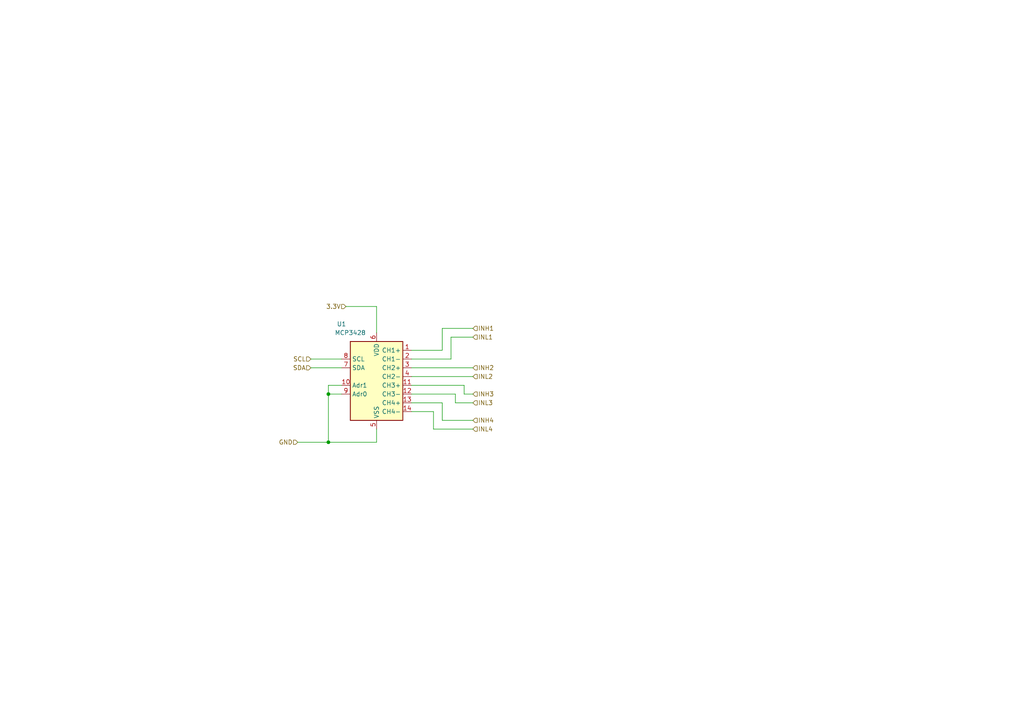
<source format=kicad_sch>
(kicad_sch (version 20211123) (generator eeschema)

  (uuid c25a772d-af9c-4ebc-96f6-0966738c13a8)

  (paper "A4")

  (lib_symbols
    (symbol "Analog_ADC:MCP3428" (in_bom yes) (on_board yes)
      (property "Reference" "U" (id 0) (at -3.81 11.43 0)
        (effects (font (size 1.27 1.27)) (justify right))
      )
      (property "Value" "MCP3428" (id 1) (at 2.54 11.43 0)
        (effects (font (size 1.27 1.27)) (justify left))
      )
      (property "Footprint" "" (id 2) (at 0 0 0)
        (effects (font (size 1.27 1.27)) hide)
      )
      (property "Datasheet" "http://ww1.microchip.com/downloads/en/DeviceDoc/22226a.pdf" (id 3) (at 0 0 0)
        (effects (font (size 1.27 1.27)) hide)
      )
      (property "ki_keywords" "adc 4ch 16bit i2c" (id 4) (at 0 0 0)
        (effects (font (size 1.27 1.27)) hide)
      )
      (property "ki_description" "16-Bit, Multi-Channel ΔΣ Analog-to-Digital Converter with I2C Interface and On-Board Reference, SOIC-14/TSSOP-14" (id 5) (at 0 0 0)
        (effects (font (size 1.27 1.27)) hide)
      )
      (property "ki_fp_filters" "TSSOP*4.4x5mm*P0.65mm* SOIC*3.9x8.7mm*P1.27mm*" (id 6) (at 0 0 0)
        (effects (font (size 1.27 1.27)) hide)
      )
      (symbol "MCP3428_0_1"
        (rectangle (start -7.62 10.16) (end 7.62 -12.7)
          (stroke (width 0.254) (type default) (color 0 0 0 0))
          (fill (type background))
        )
      )
      (symbol "MCP3428_1_1"
        (pin input line (at -10.16 7.62 0) (length 2.54)
          (name "CH1+" (effects (font (size 1.27 1.27))))
          (number "1" (effects (font (size 1.27 1.27))))
        )
        (pin input line (at 10.16 -2.54 180) (length 2.54)
          (name "Adr1" (effects (font (size 1.27 1.27))))
          (number "10" (effects (font (size 1.27 1.27))))
        )
        (pin input line (at -10.16 -2.54 0) (length 2.54)
          (name "CH3+" (effects (font (size 1.27 1.27))))
          (number "11" (effects (font (size 1.27 1.27))))
        )
        (pin input line (at -10.16 -5.08 0) (length 2.54)
          (name "CH3-" (effects (font (size 1.27 1.27))))
          (number "12" (effects (font (size 1.27 1.27))))
        )
        (pin input line (at -10.16 -7.62 0) (length 2.54)
          (name "CH4+" (effects (font (size 1.27 1.27))))
          (number "13" (effects (font (size 1.27 1.27))))
        )
        (pin input line (at -10.16 -10.16 0) (length 2.54)
          (name "CH4-" (effects (font (size 1.27 1.27))))
          (number "14" (effects (font (size 1.27 1.27))))
        )
        (pin input line (at -10.16 5.08 0) (length 2.54)
          (name "CH1-" (effects (font (size 1.27 1.27))))
          (number "2" (effects (font (size 1.27 1.27))))
        )
        (pin input line (at -10.16 2.54 0) (length 2.54)
          (name "CH2+" (effects (font (size 1.27 1.27))))
          (number "3" (effects (font (size 1.27 1.27))))
        )
        (pin input line (at -10.16 0 0) (length 2.54)
          (name "CH2-" (effects (font (size 1.27 1.27))))
          (number "4" (effects (font (size 1.27 1.27))))
        )
        (pin power_in line (at 0 -15.24 90) (length 2.54)
          (name "VSS" (effects (font (size 1.27 1.27))))
          (number "5" (effects (font (size 1.27 1.27))))
        )
        (pin power_in line (at 0 12.7 270) (length 2.54)
          (name "VDD" (effects (font (size 1.27 1.27))))
          (number "6" (effects (font (size 1.27 1.27))))
        )
        (pin bidirectional line (at 10.16 2.54 180) (length 2.54)
          (name "SDA" (effects (font (size 1.27 1.27))))
          (number "7" (effects (font (size 1.27 1.27))))
        )
        (pin input line (at 10.16 5.08 180) (length 2.54)
          (name "SCL" (effects (font (size 1.27 1.27))))
          (number "8" (effects (font (size 1.27 1.27))))
        )
        (pin input line (at 10.16 -5.08 180) (length 2.54)
          (name "Adr0" (effects (font (size 1.27 1.27))))
          (number "9" (effects (font (size 1.27 1.27))))
        )
      )
    )
  )

  (junction (at 95.25 128.27) (diameter 0) (color 0 0 0 0)
    (uuid 0c3dceba-7c95-4b3d-b590-0eb581444beb)
  )
  (junction (at 95.25 114.3) (diameter 0) (color 0 0 0 0)
    (uuid 6595b9c7-02ee-4647-bde5-6b566e35163e)
  )

  (wire (pts (xy 125.73 119.38) (xy 119.38 119.38))
    (stroke (width 0) (type default) (color 0 0 0 0))
    (uuid 01e9b6e7-adf9-4ee7-9447-a588630ee4a2)
  )
  (wire (pts (xy 134.62 114.3) (xy 137.16 114.3))
    (stroke (width 0) (type default) (color 0 0 0 0))
    (uuid 0755aee5-bc01-4cb5-b830-583289df50a3)
  )
  (wire (pts (xy 128.27 116.84) (xy 119.38 116.84))
    (stroke (width 0) (type default) (color 0 0 0 0))
    (uuid 16bd6381-8ac0-4bf2-9dce-ecc20c724b8d)
  )
  (wire (pts (xy 100.33 88.9) (xy 109.22 88.9))
    (stroke (width 0) (type default) (color 0 0 0 0))
    (uuid 40976bf0-19de-460f-ad64-224d4f51e16b)
  )
  (wire (pts (xy 137.16 116.84) (xy 132.08 116.84))
    (stroke (width 0) (type default) (color 0 0 0 0))
    (uuid 4a21e717-d46d-4d9e-8b98-af4ecb02d3ec)
  )
  (wire (pts (xy 125.73 124.46) (xy 125.73 119.38))
    (stroke (width 0) (type default) (color 0 0 0 0))
    (uuid 4f66b314-0f62-4fb6-8c3c-f9c6a75cd3ec)
  )
  (wire (pts (xy 134.62 111.76) (xy 134.62 114.3))
    (stroke (width 0) (type default) (color 0 0 0 0))
    (uuid 4fb21471-41be-4be8-9687-66030f97befc)
  )
  (wire (pts (xy 132.08 114.3) (xy 119.38 114.3))
    (stroke (width 0) (type default) (color 0 0 0 0))
    (uuid 60dcd1fe-7079-4cb8-b509-04558ccf5097)
  )
  (wire (pts (xy 119.38 104.14) (xy 130.81 104.14))
    (stroke (width 0) (type default) (color 0 0 0 0))
    (uuid 68877d35-b796-44db-9124-b8e744e7412e)
  )
  (wire (pts (xy 128.27 101.6) (xy 128.27 95.25))
    (stroke (width 0) (type default) (color 0 0 0 0))
    (uuid 6d26d68f-1ca7-4ff3-b058-272f1c399047)
  )
  (wire (pts (xy 119.38 109.22) (xy 137.16 109.22))
    (stroke (width 0) (type default) (color 0 0 0 0))
    (uuid 70e15522-1572-4451-9c0d-6d36ac70d8c6)
  )
  (wire (pts (xy 95.25 128.27) (xy 95.25 114.3))
    (stroke (width 0) (type default) (color 0 0 0 0))
    (uuid 730b670c-9bcf-4dcd-9a8d-fcaa61fb0955)
  )
  (wire (pts (xy 119.38 111.76) (xy 134.62 111.76))
    (stroke (width 0) (type default) (color 0 0 0 0))
    (uuid 7599133e-c681-4202-85d9-c20dac196c64)
  )
  (wire (pts (xy 99.06 106.68) (xy 90.17 106.68))
    (stroke (width 0) (type default) (color 0 0 0 0))
    (uuid 770ad51a-7219-4633-b24a-bd20feb0a6c5)
  )
  (wire (pts (xy 86.36 128.27) (xy 95.25 128.27))
    (stroke (width 0) (type default) (color 0 0 0 0))
    (uuid 7d928d56-093a-4ca8-aed1-414b7e703b45)
  )
  (wire (pts (xy 128.27 121.92) (xy 128.27 116.84))
    (stroke (width 0) (type default) (color 0 0 0 0))
    (uuid 85b7594c-358f-454b-b2ad-dd0b1d67ed76)
  )
  (wire (pts (xy 109.22 96.52) (xy 109.22 88.9))
    (stroke (width 0) (type default) (color 0 0 0 0))
    (uuid 8a650ebf-3f78-4ca4-a26b-a5028693e36d)
  )
  (wire (pts (xy 119.38 101.6) (xy 128.27 101.6))
    (stroke (width 0) (type default) (color 0 0 0 0))
    (uuid 911bdcbe-493f-4e21-a506-7cbc636e2c17)
  )
  (wire (pts (xy 95.25 128.27) (xy 109.22 128.27))
    (stroke (width 0) (type default) (color 0 0 0 0))
    (uuid 965308c8-e014-459a-b9db-b8493a601c62)
  )
  (wire (pts (xy 130.81 97.79) (xy 137.16 97.79))
    (stroke (width 0) (type default) (color 0 0 0 0))
    (uuid 9f8381e9-3077-4453-a480-a01ad9c1a940)
  )
  (wire (pts (xy 137.16 124.46) (xy 125.73 124.46))
    (stroke (width 0) (type default) (color 0 0 0 0))
    (uuid a5cd8da1-8f7f-4f80-bb23-0317de562222)
  )
  (wire (pts (xy 95.25 114.3) (xy 99.06 114.3))
    (stroke (width 0) (type default) (color 0 0 0 0))
    (uuid abe07c9a-17c3-43b5-b7a6-ae867ac27ea7)
  )
  (wire (pts (xy 95.25 114.3) (xy 95.25 111.76))
    (stroke (width 0) (type default) (color 0 0 0 0))
    (uuid b1c649b1-f44d-46c7-9dea-818e75a1b87e)
  )
  (wire (pts (xy 99.06 104.14) (xy 90.17 104.14))
    (stroke (width 0) (type default) (color 0 0 0 0))
    (uuid b7199d9b-bebb-4100-9ad3-c2bd31e21d65)
  )
  (wire (pts (xy 130.81 104.14) (xy 130.81 97.79))
    (stroke (width 0) (type default) (color 0 0 0 0))
    (uuid b96fe6ac-3535-4455-ab88-ed77f5e46d6e)
  )
  (wire (pts (xy 137.16 121.92) (xy 128.27 121.92))
    (stroke (width 0) (type default) (color 0 0 0 0))
    (uuid c5eb1e4c-ce83-470e-8f32-e20ff1f886a3)
  )
  (wire (pts (xy 109.22 128.27) (xy 109.22 124.46))
    (stroke (width 0) (type default) (color 0 0 0 0))
    (uuid ca87f11b-5f48-4b57-8535-68d3ec2fe5a9)
  )
  (wire (pts (xy 128.27 95.25) (xy 137.16 95.25))
    (stroke (width 0) (type default) (color 0 0 0 0))
    (uuid d3d7e298-1d39-4294-a3ab-c84cc0dc5e5a)
  )
  (wire (pts (xy 119.38 106.68) (xy 137.16 106.68))
    (stroke (width 0) (type default) (color 0 0 0 0))
    (uuid dde51ae5-b215-445e-92bb-4a12ec410531)
  )
  (wire (pts (xy 132.08 116.84) (xy 132.08 114.3))
    (stroke (width 0) (type default) (color 0 0 0 0))
    (uuid ec31c074-17b2-48e1-ab01-071acad3fa04)
  )
  (wire (pts (xy 95.25 111.76) (xy 99.06 111.76))
    (stroke (width 0) (type default) (color 0 0 0 0))
    (uuid f3628265-0155-43e2-a467-c40ff783e265)
  )

  (hierarchical_label "INL2" (shape input) (at 137.16 109.22 0)
    (effects (font (size 1.27 1.27)) (justify left))
    (uuid 03caada9-9e22-4e2d-9035-b15433dfbb17)
  )
  (hierarchical_label "INL3" (shape input) (at 137.16 116.84 0)
    (effects (font (size 1.27 1.27)) (justify left))
    (uuid 0ff508fd-18da-4ab7-9844-3c8a28c2587e)
  )
  (hierarchical_label "INH3" (shape input) (at 137.16 114.3 0)
    (effects (font (size 1.27 1.27)) (justify left))
    (uuid 1f3003e6-dce5-420f-906b-3f1e92b67249)
  )
  (hierarchical_label "INH4" (shape input) (at 137.16 121.92 0)
    (effects (font (size 1.27 1.27)) (justify left))
    (uuid 378af8b4-af3d-46e7-89ae-deff12ca9067)
  )
  (hierarchical_label "INL1" (shape input) (at 137.16 97.79 0)
    (effects (font (size 1.27 1.27)) (justify left))
    (uuid 639c0e59-e95c-4114-bccd-2e7277505454)
  )
  (hierarchical_label "3.3V" (shape input) (at 100.33 88.9 180)
    (effects (font (size 1.27 1.27)) (justify right))
    (uuid 8c514922-ffe1-4e37-a260-e807409f2e0d)
  )
  (hierarchical_label "INH2" (shape input) (at 137.16 106.68 0)
    (effects (font (size 1.27 1.27)) (justify left))
    (uuid 8ca3e20d-bcc7-4c5e-9deb-562dfed9fecb)
  )
  (hierarchical_label "SDA" (shape input) (at 90.17 106.68 180)
    (effects (font (size 1.27 1.27)) (justify right))
    (uuid a15a7506-eae4-4933-84da-9ad754258706)
  )
  (hierarchical_label "INL4" (shape input) (at 137.16 124.46 0)
    (effects (font (size 1.27 1.27)) (justify left))
    (uuid a27eb049-c992-4f11-a026-1e6a8d9d0160)
  )
  (hierarchical_label "SCL" (shape input) (at 90.17 104.14 180)
    (effects (font (size 1.27 1.27)) (justify right))
    (uuid c8c79177-94d4-43e2-a654-f0a5554fbb68)
  )
  (hierarchical_label "INH1" (shape input) (at 137.16 95.25 0)
    (effects (font (size 1.27 1.27)) (justify left))
    (uuid d3c11c8f-a73d-4211-934b-a6da255728ad)
  )
  (hierarchical_label "GND" (shape input) (at 86.36 128.27 180)
    (effects (font (size 1.27 1.27)) (justify right))
    (uuid e21aa84b-970e-47cf-b64f-3b55ee0e1b51)
  )

  (symbol (lib_id "Analog_ADC:MCP3428") (at 109.22 109.22 0) (mirror y) (unit 1)
    (in_bom yes) (on_board yes)
    (uuid 00000000-0000-0000-0000-000061917c15)
    (property "Reference" "U1" (id 0) (at 99.06 93.98 0))
    (property "Value" "MCP3428" (id 1) (at 101.6 96.52 0))
    (property "Footprint" "Package_SO:TSSOP-14_4.4x5mm_P0.65mm" (id 2) (at 109.22 109.22 0)
      (effects (font (size 1.27 1.27)) hide)
    )
    (property "Datasheet" "http://ww1.microchip.com/downloads/en/DeviceDoc/22226a.pdf" (id 3) (at 109.22 109.22 0)
      (effects (font (size 1.27 1.27)) hide)
    )
    (pin "1" (uuid c198679c-717b-42fa-a250-be10c0e3d36c))
    (pin "10" (uuid 4a7e4791-edf0-487d-b443-67f42be455e7))
    (pin "11" (uuid 260e2857-264e-40f6-b494-86d2c0a31cac))
    (pin "12" (uuid dcaeac13-04f3-4c28-8ea9-119059fc4712))
    (pin "13" (uuid 635004f3-53db-4f3d-98a4-0d80c437ea3f))
    (pin "14" (uuid 896e4058-ef12-4821-8162-278198002d1d))
    (pin "2" (uuid 85830388-c34d-4f3f-a78d-9eed77152365))
    (pin "3" (uuid e0b9343e-ac3b-4c17-a4ef-01a7f969387f))
    (pin "4" (uuid be926295-a959-4f67-b02f-5b3ed16f164d))
    (pin "5" (uuid eec0112f-83d8-4749-a00d-7d0cfc1ef163))
    (pin "6" (uuid 51132b87-551c-4b29-ab8b-5da8f39decdc))
    (pin "7" (uuid ee417954-5e12-4001-9778-182b9490a7e7))
    (pin "8" (uuid cf845b2a-bc38-4fcc-8bf2-bd0b81fc02a5))
    (pin "9" (uuid cdb1a83a-60f1-416b-9a0f-aa9333bb57b7))
  )
)

</source>
